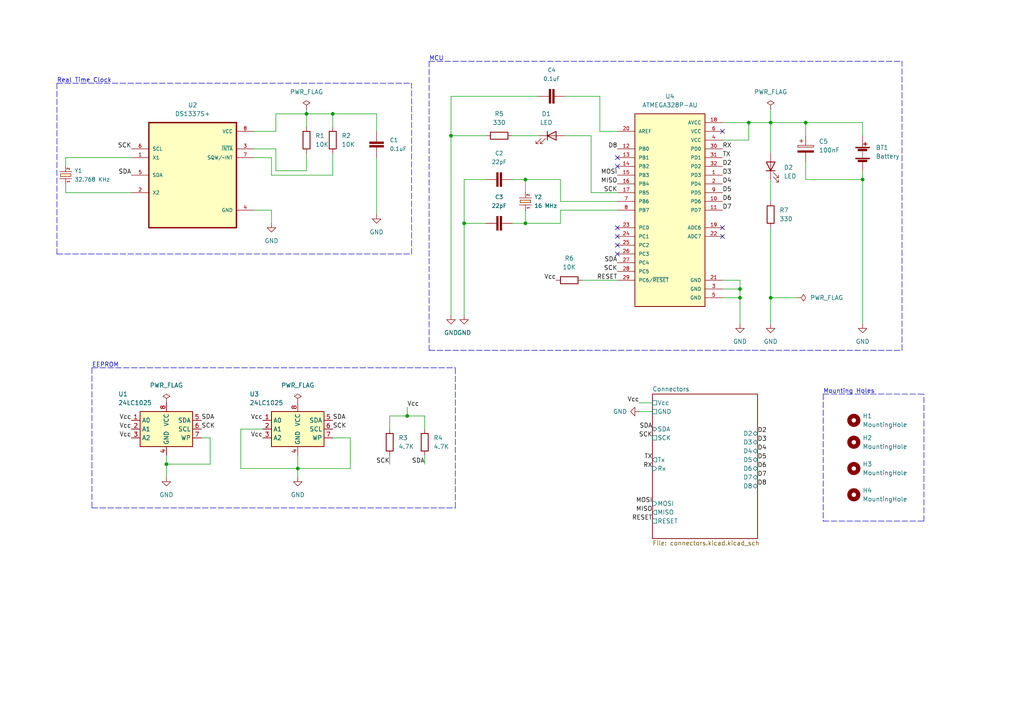
<source format=kicad_sch>
(kicad_sch (version 20211123) (generator eeschema)
  (paper "A4")
  (title_block (title "MCU Datalogger") (date "2023-01-26") (company "Evan Carel F. Cenina") (comment 1 "ECE") (comment 2 "Electronics Engineering Department") (comment 3 "COLLEGE OF ENGINEERING") (comment 4 "Technological University of the Philippines"))
  (lib_symbols
    (symbol "ATMEGA328P-AU:ATMEGA328P-AU" (pin_names (offset 1.016))
      (property "Reference" "U4" (at 0 33.02 0))
      (property "Value" "ATMEGA328P-AU" (at 0 30.48 0))
      (symbol "ATMEGA328P-AU_0_0"
        (rectangle (start -10.16 -27.94) (end 10.16 27.94) (stroke (width 0.254)) (fill (type background)))
        (pin bidirectional line (at 15.24 10.16 180) (length 5.08) (name "PD3") (number "1"))
        (pin bidirectional line (at 15.24 2.54 180) (length 5.08) (name "PD6") (number "10"))
        (pin bidirectional line (at 15.24 0 180) (length 5.08) (name "PD7") (number "11"))
        (pin bidirectional line (at -15.24 17.78 0) (length 5.08) (name "PB0") (number "12"))
        (pin bidirectional line (at -15.24 15.24 0) (length 5.08) (name "PB1") (number "13"))
        (pin bidirectional line (at -15.24 12.7 0) (length 5.08) (name "PB2") (number "14"))
        (pin bidirectional line (at -15.24 10.16 0) (length 5.08) (name "PB3") (number "15"))
        (pin bidirectional line (at -15.24 7.62 0) (length 5.08) (name "PB4") (number "16"))
        (pin bidirectional line (at -15.24 5.08 0) (length 5.08) (name "PB5") (number "17"))
        (pin power_in line (at 15.24 25.4 180) (length 5.08) (name "AVCC") (number "18"))
        (pin bidirectional line (at 15.24 -5.08 180) (length 5.08) (name "ADC6") (number "19"))
        (pin bidirectional line (at 15.24 7.62 180) (length 5.08) (name "PD4") (number "2"))
        (pin input line (at -15.24 22.86 0) (length 5.08) (name "AREF") (number "20"))
        (pin power_in line (at 15.24 -20.32 180) (length 5.08) (name "GND") (number "21"))
        (pin bidirectional line (at 15.24 -7.62 180) (length 5.08) (name "ADC7") (number "22"))
        (pin bidirectional line (at -15.24 -5.08 0) (length 5.08) (name "PC0") (number "23"))
        (pin bidirectional line (at -15.24 -7.62 0) (length 5.08) (name "PC1") (number "24"))
        (pin bidirectional line (at -15.24 -10.16 0) (length 5.08) (name "PC2") (number "25"))
        (pin bidirectional line (at -15.24 -12.7 0) (length 5.08) (name "PC3") (number "26"))
        (pin bidirectional line (at -15.24 -15.24 0) (length 5.08) (name "PC4") (number "27"))
        (pin bidirectional line (at -15.24 -17.78 0) (length 5.08) (name "PC5") (number "28"))
        (pin bidirectional line (at -15.24 -20.32 0) (length 5.08) (name "PC6/~{RESET}") (number "29"))
        (pin power_in line (at 15.24 -22.86 180) (length 5.08) (name "GND") (number "3"))
        (pin bidirectional line (at 15.24 17.78 180) (length 5.08) (name "PD0") (number "30"))
        (pin bidirectional line (at 15.24 15.24 180) (length 5.08) (name "PD1") (number "31"))
        (pin bidirectional line (at 15.24 12.7 180) (length 5.08) (name "PD2") (number "32"))
        (pin power_in line (at 15.24 20.32 180) (length 5.08) (name "VCC") (number "4"))
        (pin power_in line (at 15.24 -25.4 180) (length 5.08) (name "GND") (number "5"))
        (pin power_in line (at 15.24 22.86 180) (length 5.08) (name "VCC") (number "6"))
        (pin bidirectional line (at -15.24 2.54 0) (length 5.08) (name "PB6") (number "7"))
        (pin bidirectional line (at -15.24 0 0) (length 5.08) (name "PB7") (number "8"))
        (pin bidirectional line (at 15.24 5.08 180) (length 5.08) (name "PD5") (number "9"))
      )
    )
    (symbol "DS1337S_:DS1337S+" (pin_names (offset 1.016))
      (property "Reference" "U" (at -12.7 16.24 0))
      (property "Value" "DS1337S+" (at -12.7 -19.24 0))
      (symbol "DS1337S+_0_0"
        (rectangle (start -12.7 -15.24) (end 12.7 15.24) (stroke (width 0.41)) (fill (type background)))
        (pin input line (at -17.78 5.08 0) (length 5.08) (name "X1") (number "1"))
        (pin bidirectional line (at -17.78 -5.08 0) (length 5.08) (name "X2") (number "2"))
        (pin output line (at 17.78 7.62 180) (length 5.08) (name "~{INTA}") (number "3"))
        (pin power_in line (at 17.78 -10.16 180) (length 5.08) (name "GND") (number "4"))
        (pin bidirectional line (at -17.78 0 0) (length 5.08) (name "SDA") (number "5"))
        (pin input line (at -17.78 7.62 0) (length 5.08) (name "SCL") (number "6"))
        (pin output line (at 17.78 5.08 180) (length 5.08) (name "SQW/~INT") (number "7"))
        (pin power_in line (at 17.78 12.7 180) (length 5.08) (name "VCC") (number "8"))
      )
    )
    (symbol "Device:Battery" (pin_numbers hide) (pin_names (offset 0) hide)
      (property "Reference" "BT" (at 2.54 2.54 0))
      (property "Value" "Battery" (at 2.54 0 0))
      (symbol "Battery_0_1"
        (rectangle (start -2.032 -1.397) (end 2.032 -1.651) (fill (type outline)))
        (rectangle (start -2.032 1.778) (end 2.032 1.524) (fill (type outline)))
        (rectangle (start -1.3208 -1.9812) (end 1.27 -2.4892) (fill (type outline)))
        (rectangle (start -1.3208 1.1938) (end 1.27 0.6858) (fill (type outline)))
        (polyline (pts (xy 0 -1.524) (xy 0 -1.27)))
        (polyline (pts (xy 0 -1.016) (xy 0 -0.762)))
        (polyline (pts (xy 0 -0.508) (xy 0 -0.254)))
        (polyline (pts (xy 0 0) (xy 0 0.254)))
        (polyline (pts (xy 0 0.508) (xy 0 0.762)))
        (polyline (pts (xy 0 1.778) (xy 0 2.54)))
        (polyline (pts (xy 0.254 2.667) (xy 1.27 2.667)) (stroke (width 0.254)))
        (polyline (pts (xy 0.762 3.175) (xy 0.762 2.159)) (stroke (width 0.254)))
      )
      (symbol "Battery_1_1"
        (pin passive line (at 0 5.08 270) (length 2.54) (name "+") (number "1"))
        (pin passive line (at 0 -5.08 90) (length 2.54) (name "-") (number "2"))
      )
    )
    (symbol "Device:C_Polarized" (pin_numbers hide) (pin_names (offset 0.254))
      (property "Reference" "C" (at 0.635 2.54 0))
      (property "Value" "C_Polarized" (at 0.635 -2.54 0))
      (symbol "C_Polarized_0_1"
        (rectangle (start -2.286 0.508) (end 2.286 1.016))
        (polyline (pts (xy -1.778 2.286) (xy -0.762 2.286)))
        (polyline (pts (xy -1.27 2.794) (xy -1.27 1.778)))
        (rectangle (start 2.286 -0.508) (end -2.286 -1.016) (fill (type outline)))
      )
      (symbol "C_Polarized_1_1"
        (pin passive line (at 0 3.81 270) (length 2.794) (name "~") (number "1"))
        (pin passive line (at 0 -3.81 90) (length 2.794) (name "~") (number "2"))
      )
    )
    (symbol "Device:LED" (pin_numbers hide) (pin_names (offset 1.016) hide)
      (property "Reference" "D" (at 0 2.54 0))
      (property "Value" "LED" (at 0 -2.54 0))
      (symbol "LED_0_1"
        (polyline (pts (xy -1.27 -1.27) (xy -1.27 1.27)) (stroke (width 0.254)))
        (polyline (pts (xy -1.27 0) (xy 1.27 0)))
        (polyline (pts (xy 1.27 -1.27) (xy 1.27 1.27) (xy -1.27 0) (xy 1.27 -1.27)) (stroke (width 0.254)))
        (polyline (pts (xy -3.048 -0.762) (xy -4.572 -2.286) (xy -3.81 -2.286) (xy -4.572 -2.286) (xy -4.572 -1.524)))
        (polyline (pts (xy -1.778 -0.762) (xy -3.302 -2.286) (xy -2.54 -2.286) (xy -3.302 -2.286) (xy -3.302 -1.524)))
      )
      (symbol "LED_1_1"
        (pin passive line (at -3.81 0 0) (length 2.54) (name "K") (number "1"))
        (pin passive line (at 3.81 0 180) (length 2.54) (name "A") (number "2"))
      )
    )
    (symbol "Device:R" (pin_numbers hide) (pin_names (offset 0))
      (property "Reference" "R" (at 2.032 0 90))
      (property "Value" "R" (at 0 0 90))
      (symbol "R_0_1"
        (rectangle (start -1.016 -2.54) (end 1.016 2.54) (stroke (width 0.254)))
      )
      (symbol "R_1_1"
        (pin passive line (at 0 3.81 270) (length 1.27) (name "~") (number "1"))
        (pin passive line (at 0 -3.81 90) (length 1.27) (name "~") (number "2"))
      )
    )
    (symbol "Mechanical:MountingHole" (pin_names (offset 1.016))
      (property "Reference" "H" (at 0 5.08 0))
      (property "Value" "MountingHole" (at 0 3.175 0))
      (symbol "MountingHole_0_1"
        (circle (center 0 0) (radius 1.27) (stroke (width 1.27)))
      )
    )
    (symbol "Memory_EEPROM:24LC1025"
      (property "Reference" "U" (at -6.35 6.35 0))
      (property "Value" "24LC1025" (at 1.27 6.35 0))
      (symbol "24LC1025_1_1"
        (rectangle (start -7.62 5.08) (end 7.62 -5.08) (stroke (width 0.254)) (fill (type background)))
        (pin input line (at -10.16 2.54 0) (length 2.54) (name "A0") (number "1"))
        (pin input line (at -10.16 0 0) (length 2.54) (name "A1") (number "2"))
        (pin input line (at -10.16 -2.54 0) (length 2.54) (name "A2") (number "3"))
        (pin power_in line (at 0 -7.62 90) (length 2.54) (name "GND") (number "4"))
        (pin bidirectional line (at 10.16 2.54 180) (length 2.54) (name "SDA") (number "5"))
        (pin input line (at 10.16 0 180) (length 2.54) (name "SCL") (number "6"))
        (pin input line (at 10.16 -2.54 180) (length 2.54) (name "WP") (number "7"))
        (pin power_in line (at 0 7.62 270) (length 2.54) (name "VCC") (number "8"))
      )
    )
    (symbol "SparkFun-Capacitors:0.1UF-0402-16V-10%" (pin_numbers hide) (pin_names (offset 1.016) hide)
      (property "Reference" "C" (at 1.524 2.921 0))
      (property "Value" "0.1UF-0402-16V-10%" (at 1.524 -2.159 0))
      (property "Field4" "CAP-12416" (at 0 7.62 0))
      (symbol "0.1UF-0402-16V-10%_1_0"
        (polyline (pts (xy 0 0) (xy 0 0.508)))
        (polyline (pts (xy 0 2.54) (xy 0 2.032)))
      )
      (symbol "0.1UF-0402-16V-10%_1_1"
        (rectangle (start -2.032 0.508) (end 2.032 1.016) (fill (type outline)))
        (rectangle (start -2.032 1.524) (end 2.032 2.032) (fill (type outline)))
        (pin passive line (at 0 5.08 270) (length 2.54) (name "1") (number "1"))
        (pin passive line (at 0 -2.54 90) (length 2.54) (name "2") (number "2"))
      )
    )
    (symbol "SparkFun-Capacitors:22PF-0603-50V-5%" (pin_numbers hide) (pin_names (offset 1.016) hide)
      (property "Reference" "C" (at 1.524 2.921 0))
      (property "Value" "22PF-0603-50V-5%" (at 1.524 -2.159 0))
      (property "Field4" "CAP-07876" (at 0 7.62 0))
      (symbol "22PF-0603-50V-5%_1_0"
        (polyline (pts (xy 0 0) (xy 0 0.508)))
        (polyline (pts (xy 0 2.54) (xy 0 2.032)))
      )
      (symbol "22PF-0603-50V-5%_1_1"
        (rectangle (start -2.032 0.508) (end 2.032 1.016) (fill (type outline)))
        (rectangle (start -2.032 1.524) (end 2.032 2.032) (fill (type outline)))
        (pin passive line (at 0 5.08 270) (length 2.54) (name "1") (number "1"))
        (pin passive line (at 0 -2.54 90) (length 2.54) (name "2") (number "2"))
      )
    )
    (symbol "SparkFun-Clocks:CRYSTAL-16MHZPTH-HC49US" (pin_numbers hide) (pin_names (offset 1.016) hide)
      (property "Reference" "Y" (at 0 2.54 0))
      (property "Value" "CRYSTAL-16MHZPTH-HC49US" (at 0 -3.81 0))
      (property "Field4" "XTAL-08181" (at 0 6.35 0))
      (symbol "CRYSTAL-16MHZPTH-HC49US_1_0"
        (polyline (pts (xy -2.54 0) (xy -1.016 0)))
        (polyline (pts (xy -1.016 1.778) (xy -1.016 -1.778)))
        (polyline (pts (xy 1.016 0) (xy 2.54 0)))
        (polyline (pts (xy 1.016 1.778) (xy 1.016 -1.778)))
        (text "1" (at -1.8288 -0.7874 0) (effects (font (size 0.6858 0.6858))))
        (text "2" (at 1.8542 -0.7874 0) (effects (font (size 0.6858 0.6858))))
      )
      (symbol "CRYSTAL-16MHZPTH-HC49US_1_1"
        (polyline (pts (xy -0.381 1.524) (xy -0.381 -1.524) (xy 0.381 -1.524) (xy 0.381 1.524) (xy -0.381 1.524)) (fill (type background)))
        (pin passive line (at -2.54 0 0) (length 0) (name "1") (number "1"))
        (pin passive line (at 2.54 0 180) (length 0) (name "2") (number "2"))
      )
    )
    (symbol "SparkFun-Clocks:CRYSTAL-32.768KHZPTH-2X6" (pin_numbers hide) (pin_names (offset 1.016) hide)
      (property "Reference" "Y" (at 0 2.54 0))
      (property "Value" "CRYSTAL-32.768KHZPTH-2X6" (at 0 -3.81 0))
      (property "Field4" "XTAL-10112" (at 0 6.35 0))
      (symbol "CRYSTAL-32.768KHZPTH-2X6_1_0"
        (polyline (pts (xy -2.54 0) (xy -1.016 0)))
        (polyline (pts (xy -1.016 1.778) (xy -1.016 -1.778)))
        (polyline (pts (xy 1.016 0) (xy 2.54 0)))
        (polyline (pts (xy 1.016 1.778) (xy 1.016 -1.778)))
        (text "1" (at -1.8288 -0.7874 0) (effects (font (size 0.6858 0.6858))))
        (text "2" (at 1.8542 -0.7874 0) (effects (font (size 0.6858 0.6858))))
      )
      (symbol "CRYSTAL-32.768KHZPTH-2X6_1_1"
        (polyline (pts (xy -0.381 1.524) (xy -0.381 -1.524) (xy 0.381 -1.524) (xy 0.381 1.524) (xy -0.381 1.524)) (fill (type background)))
        (pin passive line (at -2.54 0 0) (length 0) (name "1") (number "1"))
        (pin passive line (at 2.54 0 180) (length 0) (name "2") (number "2"))
      )
    )
    (symbol "power:GND" (power) (pin_names (offset 0))
      (property "Value" "GND" (at 0 -3.81 0))
      (symbol "GND_0_1"
        (polyline (pts (xy 0 0) (xy 0 -1.27) (xy 1.27 -1.27) (xy 0 -2.54) (xy -1.27 -1.27) (xy 0 -1.27)))
      )
      (symbol "GND_1_1"
        (pin power_in line (at 0 0 270) (length 0) hide (name "GND") (number "1"))
      )
    )
    (symbol "power:PWR_FLAG" (power) (pin_numbers hide) (pin_names (offset 0) hide)
      (property "Value" "PWR_FLAG" (at 0 3.81 0))
      (symbol "PWR_FLAG_0_0"
        (pin power_out line (at 0 0 90) (length 0) (name "pwr") (number "1"))
      )
      (symbol "PWR_FLAG_0_1"
        (polyline (pts (xy 0 0) (xy 0 1.27) (xy -1.016 1.905) (xy 0 2.54) (xy 1.016 1.905) (xy 0 1.27)))
      )
    )
  )
  (junction (at 130.81 39.37))
  (junction (at 152.4 52.07))
  (junction (at 96.52 33.02))
  (junction (at 250.19 52.07))
  (junction (at 214.63 83.82))
  (junction (at 48.26 134.62))
  (junction (at 118.11 120.65))
  (junction (at 233.68 35.56))
  (junction (at 214.63 86.36))
  (junction (at 86.36 135.89))
  (junction (at 223.52 35.56))
  (junction (at 88.9 33.02))
  (junction (at 134.62 64.77))
  (junction (at 217.17 35.56))
  (junction (at 223.52 86.36))
  (junction (at 152.4 64.77))
  (no_connect (at 179.07 48.26))
  (no_connect (at 179.07 66.04))
  (no_connect (at 179.07 68.58))
  (no_connect (at 179.07 71.12))
  (no_connect (at 179.07 73.66))
  (no_connect (at 179.07 45.72))
  (no_connect (at 209.55 68.58))
  (no_connect (at 209.55 66.04))
  (no_connect (at 209.55 38.1))
  (polyline (pts (xy 26.67 106.68) (xy 26.67 147.32)))
  (polyline (pts (xy 26.67 106.68) (xy 132.08 106.68)))
  (wire (pts (xy 96.52 44.45) (xy 96.52 50.8)))
  (wire (pts (xy 168.91 81.28) (xy 179.07 81.28)))
  (wire (pts (xy 214.63 83.82) (xy 209.55 83.82)))
  (wire (pts (xy 134.62 64.77) (xy 140.97 64.77)))
  (wire (pts (xy 217.17 35.56) (xy 223.52 35.56)))
  (wire (pts (xy 60.96 134.62) (xy 48.26 134.62)))
  (wire (pts (xy 69.85 124.46) (xy 69.85 135.89)))
  (wire (pts (xy 109.22 45.72) (xy 109.22 62.23)))
  (wire (pts (xy 73.66 60.96) (xy 78.74 60.96)))
  (polyline (pts (xy 124.46 101.6) (xy 261.62 101.6)))
  (wire (pts (xy 123.19 120.65) (xy 123.19 124.46)))
  (wire (pts (xy 101.6 127) (xy 96.52 127)))
  (wire (pts (xy 96.52 33.02) (xy 109.22 33.02)))
  (wire (pts (xy 233.68 52.07) (xy 250.19 52.07)))
  (polyline (pts (xy 267.97 151.13) (xy 267.97 114.3)))
  (wire (pts (xy 76.2 124.46) (xy 69.85 124.46)))
  (wire (pts (xy 109.22 33.02) (xy 109.22 38.1)))
  (wire (pts (xy 214.63 83.82) (xy 214.63 86.36)))
  (wire (pts (xy 113.03 120.65) (xy 118.11 120.65)))
  (wire (pts (xy 88.9 33.02) (xy 96.52 33.02)))
  (wire (pts (xy 134.62 52.07) (xy 134.62 64.77)))
  (wire (pts (xy 78.74 50.8) (xy 96.52 50.8)))
  (polyline (pts (xy 132.08 147.32) (xy 132.08 106.68)))
  (polyline (pts (xy 124.46 17.78) (xy 261.62 17.78)))
  (wire (pts (xy 80.01 43.18) (xy 80.01 49.53)))
  (wire (pts (xy 162.56 58.42) (xy 179.07 58.42)))
  (wire (pts (xy 209.55 86.36) (xy 214.63 86.36)))
  (polyline (pts (xy 16.51 24.13) (xy 119.38 24.13)) (stroke (width 0) (type dash)))
  (wire (pts (xy 48.26 134.62) (xy 48.26 138.43)))
  (wire (pts (xy 233.68 46.99) (xy 233.68 52.07)))
  (wire (pts (xy 73.66 43.18) (xy 80.01 43.18)))
  (wire (pts (xy 123.19 132.08) (xy 123.19 134.62)))
  (wire (pts (xy 223.52 66.04) (xy 223.52 86.36)))
  (polyline (pts (xy 238.76 151.13) (xy 267.97 151.13)))
  (wire (pts (xy 78.74 45.72) (xy 78.74 50.8)))
  (wire (pts (xy 171.45 55.88) (xy 179.07 55.88)))
  (wire (pts (xy 152.4 52.07) (xy 162.56 52.07)))
  (wire (pts (xy 185.42 116.84) (xy 189.23 116.84)))
  (wire (pts (xy 148.59 39.37) (xy 156.21 39.37)))
  (polyline (pts (xy 261.62 101.6) (xy 261.62 17.78)))
  (wire (pts (xy 148.59 64.77) (xy 152.4 64.77)))
  (wire (pts (xy 148.59 52.07) (xy 152.4 52.07)))
  (wire (pts (xy 152.4 52.07) (xy 152.4 55.88)))
  (wire (pts (xy 19.05 45.72) (xy 38.1 45.72)))
  (wire (pts (xy 250.19 49.53) (xy 250.19 52.07)))
  (wire (pts (xy 58.42 127) (xy 60.96 127)))
  (wire (pts (xy 173.99 38.1) (xy 179.07 38.1)))
  (wire (pts (xy 250.19 35.56) (xy 250.19 39.37)))
  (wire (pts (xy 96.52 33.02) (xy 96.52 36.83)))
  (wire (pts (xy 162.56 60.96) (xy 162.56 64.77)))
  (wire (pts (xy 134.62 64.77) (xy 134.62 91.44)))
  (wire (pts (xy 88.9 33.02) (xy 88.9 36.83)))
  (wire (pts (xy 214.63 81.28) (xy 214.63 83.82)))
  (wire (pts (xy 86.36 135.89) (xy 86.36 138.43)))
  (wire (pts (xy 130.81 39.37) (xy 130.81 91.44)))
  (wire (pts (xy 209.55 81.28) (xy 214.63 81.28)))
  (wire (pts (xy 173.99 27.94) (xy 173.99 38.1)))
  (wire (pts (xy 101.6 135.89) (xy 101.6 127)))
  (wire (pts (xy 88.9 44.45) (xy 88.9 49.53)))
  (wire (pts (xy 73.66 45.72) (xy 78.74 45.72)))
  (polyline (pts (xy 124.46 17.78) (xy 124.46 101.6)))
  (wire (pts (xy 223.52 31.75) (xy 223.52 35.56)))
  (wire (pts (xy 171.45 39.37) (xy 171.45 55.88)))
  (wire (pts (xy 88.9 31.75) (xy 88.9 33.02)))
  (wire (pts (xy 209.55 40.64) (xy 217.17 40.64)))
  (wire (pts (xy 223.52 86.36) (xy 223.52 93.98)))
  (polyline (pts (xy 238.76 114.3) (xy 238.76 151.13)))
  (polyline (pts (xy 238.76 114.3) (xy 267.97 114.3)))
  (wire (pts (xy 214.63 86.36) (xy 214.63 93.98)))
  (wire (pts (xy 19.05 48.26) (xy 19.05 45.72)))
  (wire (pts (xy 78.74 60.96) (xy 78.74 64.77)))
  (wire (pts (xy 48.26 132.08) (xy 48.26 134.62)))
  (wire (pts (xy 118.11 120.65) (xy 123.19 120.65)))
  (wire (pts (xy 130.81 27.94) (xy 130.81 39.37)))
  (wire (pts (xy 223.52 52.07) (xy 223.52 58.42)))
  (wire (pts (xy 217.17 35.56) (xy 217.17 40.64)))
  (wire (pts (xy 163.83 27.94) (xy 173.99 27.94)))
  (wire (pts (xy 162.56 58.42) (xy 162.56 52.07)))
  (wire (pts (xy 73.66 38.1) (xy 80.01 38.1)))
  (wire (pts (xy 118.11 118.11) (xy 118.11 120.65)))
  (wire (pts (xy 19.05 53.34) (xy 19.05 55.88)))
  (wire (pts (xy 140.97 52.07) (xy 134.62 52.07)))
  (wire (pts (xy 250.19 52.07) (xy 250.19 93.98)))
  (wire (pts (xy 80.01 38.1) (xy 80.01 33.02)))
  (wire (pts (xy 223.52 86.36) (xy 231.14 86.36)))
  (wire (pts (xy 113.03 124.46) (xy 113.03 120.65)))
  (wire (pts (xy 163.83 39.37) (xy 171.45 39.37)))
  (polyline (pts (xy 16.51 73.66) (xy 119.38 73.66)))
  (wire (pts (xy 179.07 60.96) (xy 162.56 60.96)))
  (wire (pts (xy 80.01 33.02) (xy 88.9 33.02)))
  (wire (pts (xy 152.4 60.96) (xy 152.4 64.77)))
  (wire (pts (xy 60.96 127) (xy 60.96 134.62)))
  (wire (pts (xy 130.81 39.37) (xy 140.97 39.37)))
  (wire (pts (xy 209.55 35.56) (xy 217.17 35.56)))
  (wire (pts (xy 113.03 132.08) (xy 113.03 134.62)))
  (wire (pts (xy 233.68 35.56) (xy 233.68 39.37)))
  (wire (pts (xy 156.21 27.94) (xy 130.81 27.94)))
  (wire (pts (xy 69.85 135.89) (xy 86.36 135.89)))
  (wire (pts (xy 185.42 119.38) (xy 189.23 119.38)))
  (wire (pts (xy 86.36 132.08) (xy 86.36 135.89)))
  (wire (pts (xy 80.01 49.53) (xy 88.9 49.53)))
  (wire (pts (xy 86.36 135.89) (xy 101.6 135.89)))
  (polyline (pts (xy 26.67 147.32) (xy 132.08 147.32)))
  (wire (pts (xy 233.68 35.56) (xy 250.19 35.56)))
  (wire (pts (xy 152.4 64.77) (xy 162.56 64.77)))
  (wire (pts (xy 223.52 35.56) (xy 223.52 44.45)))
  (polyline (pts (xy 119.38 73.66) (xy 119.38 24.13)))
  (polyline (pts (xy 16.51 24.13) (xy 16.51 73.66)))
  (wire (pts (xy 19.05 55.88) (xy 38.1 55.88)))
  (wire (pts (xy 223.52 35.56) (xy 233.68 35.56)))
  (text "Real Time Clock" (at 16.51 24.13 0) (effects (font (size 1.27 1.27)) (justify left bottom)))
  (text "EEPROM\n" (at 26.67 106.68 0) (effects (font (size 1.27 1.27)) (justify left bottom)))
  (text "MCU" (at 124.46 17.78 0) (effects (font (size 1.27 1.27)) (justify left bottom)))
  (text "Mounting Holes" (at 238.76 114.3 0) (effects (font (size 1.27 1.27)) (justify left bottom)))
  (label "D6" (at 209.55 58.42 0))
  (label "D5" (at 219.71 133.35 0))
  (label "SCK" (at 179.07 55.88 180))
  (label "Vcc" (at 38.1 124.46 180))
  (label "Vcc" (at 161.29 81.28 180))
  (label "SCK" (at 179.07 78.74 180))
  (label "Vcc" (at 76.2 121.92 180))
  (label "SDA" (at 179.07 76.2 180))
  (label "D2" (at 209.55 48.26 0))
  (label "D7" (at 209.55 60.96 0))
  (label "RESET" (at 189.23 151.13 180))
  (label "SCK" (at 189.23 127 180))
  (label "D7" (at 219.71 138.43 0))
  (label "RESET" (at 179.07 81.28 180))
  (label "Vcc" (at 76.2 127 180))
  (label "MISO" (at 189.23 148.59 180))
  (label "D4" (at 209.55 53.34 0))
  (label "SCK" (at 96.52 124.46 0))
  (label "Vcc" (at 38.1 127 180))
  (label "TX" (at 189.23 133.35 180))
  (label "SDA" (at 96.52 121.92 0))
  (label "D5" (at 209.55 55.88 0))
  (label "D4" (at 219.71 130.81 0))
  (label "SDA" (at 58.42 121.92 0))
  (label "D2" (at 219.71 125.73 0))
  (label "MISO" (at 179.07 53.34 180))
  (label "SCK" (at 38.1 43.18 180))
  (label "Vcc" (at 38.1 121.92 180))
  (label "SCK" (at 58.42 124.46 0))
  (label "D8" (at 179.07 43.18 180))
  (label "SDA" (at 189.23 124.46 180))
  (label "Vcc" (at 118.11 118.11 0))
  (label "D3" (at 219.71 128.27 0))
  (label "MOSI" (at 189.23 146.05 180))
  (label "SDA" (at 123.19 134.62 180))
  (label "D6" (at 219.71 135.89 0))
  (label "D3" (at 209.55 50.8 0))
  (label "MOSI" (at 179.07 50.8 180))
  (label "TX" (at 209.55 45.72 0))
  (label "RX" (at 189.23 135.89 180))
  (label "D8" (at 219.71 140.97 0))
  (label "SDA" (at 38.1 50.8 180))
  (label "SCK" (at 113.03 134.62 180))
  (label "RX" (at 209.55 43.18 0))
  (label "Vcc" (at 185.42 116.84 180))
  (symbol (lib_id "Memory_EEPROM:24LC1025") (at 48.26 124.46 0) (unit 1)
    (property "Reference" "U1" (at 34.29 114.3 0) (effects (justify left)))
    (property "Value" "24LC1025" (at 34.29 116.84 0) (effects (justify left)))
    (property "Footprint" "Package_SO:SOIC-8_5.23x5.23mm_P1.27mm" (effects hide))
    (property "Datasheet" "http://ww1.microchip.com/downloads/en/DeviceDoc/21941B.pdf" (effects hide))
  )
  (symbol (lib_id "Memory_EEPROM:24LC1025") (at 86.36 124.46 0) (unit 1)
    (property "Reference" "U3" (at 72.39 114.3 0) (effects (justify left)))
    (property "Value" "24LC1025" (at 72.39 116.84 0) (effects (justify left)))
    (property "Footprint" "Package_SO:SOIC-8_5.23x5.23mm_P1.27mm" (effects hide))
    (property "Datasheet" "http://ww1.microchip.com/downloads/en/DeviceDoc/21941B.pdf" (effects hide))
  )
  (symbol (lib_id "Device:R") (at 88.9 40.64 180) (unit 1)
    (property "Reference" "R1" (at 91.44 39.3699 0) (effects (justify right)))
    (property "Value" "10K" (at 91.44 41.9099 0) (effects (justify right)))
    (property "Footprint" "Resistor_SMD:R_0805_2012Metric" (effects hide))
  )
  (symbol (lib_id "power:GND") (at 78.74 64.77 0) (unit 1)
    (property "Reference" "#PWR0104" (effects hide))
    (property "Value" "GND" (at 78.74 69.85 0))
  )
  (symbol (lib_id "DS1337S_:DS1337S+") (at 55.88 50.8 0) (unit 1)
    (property "Reference" "U2" (at 55.88 30.48 0))
    (property "Value" "DS1337S+" (at 55.88 33.02 0))
    (property "Footprint" "SOIC127P600X175-8N" (effects hide))
  )
  (symbol (lib_id "power:PWR_FLAG") (at 86.36 116.84 0) (unit 1)
    (property "Reference" "#FLG0104" (effects hide))
    (property "Value" "PWR_FLAG" (at 86.36 111.76 0))
  )
  (symbol (lib_id "power:GND") (at 250.19 93.98 0) (unit 1)
    (property "Reference" "#PWR0107" (effects hide))
    (property "Value" "GND" (at 250.19 99.06 0))
  )
  (symbol (lib_id "Device:LED") (at 160.02 39.37 0) (unit 1)
    (property "Reference" "D1" (at 158.4325 33.02 0))
    (property "Value" "LED" (at 158.4325 35.56 0))
    (property "Footprint" "LED_SMD:LED_0805_2012Metric" (effects hide))
  )
  (symbol (lib_id "Device:R") (at 223.52 62.23 180) (unit 1)
    (property "Reference" "R7" (at 226.06 60.9599 0) (effects (justify right)))
    (property "Value" "330" (at 226.06 63.4999 0) (effects (justify right)))
    (property "Footprint" "Resistor_SMD:R_0805_2012Metric" (effects hide))
  )
  (symbol (lib_id "SparkFun-Clocks:CRYSTAL-32.768KHZPTH-2X6") (at 19.05 50.8 90) (unit 1)
    (property "Reference" "Y1" (at 21.59 49.53 90) (effects (font (size 1.143 1.143)) (justify right)))
    (property "Value" "32.768 KHz" (at 21.59 52.07 90) (effects (font (size 1.143 1.143)) (justify right)))
    (property "Footprint" "Crystal:Crystal_SMD_5032-2Pin_5.0x3.2mm_HandSoldering" (effects hide))
  )
  (symbol (lib_id "Device:R") (at 123.19 128.27 0) (unit 1)
    (property "Reference" "R4" (at 125.73 126.9999 0) (effects (justify left)))
    (property "Value" "4.7K" (at 125.73 129.5399 0) (effects (justify left)))
    (property "Footprint" "Resistor_SMD:R_0805_2012Metric" (effects hide))
  )
  (symbol (lib_id "power:PWR_FLAG") (at 48.26 116.84 0) (unit 1)
    (property "Reference" "#FLG0105" (effects hide))
    (property "Value" "PWR_FLAG" (at 48.26 111.76 0))
  )
  (symbol (lib_id "power:GND") (at 130.81 91.44 0) (unit 1)
    (property "Reference" "#PWR0102" (effects hide))
    (property "Value" "GND" (at 130.81 96.52 0))
  )
  (symbol (lib_id "Mechanical:MountingHole") (at 247.65 121.92 0) (unit 1)
    (property "Reference" "H1" (at 250.19 120.6499 0) (effects (justify left)))
    (property "Value" "MountingHole" (at 250.19 123.1899 0) (effects (justify left)))
    (property "Footprint" "MountingHole:MountingHole_2.1mm" (effects hide))
  )
  (symbol (lib_id "SparkFun-Capacitors:0.1UF-0402-16V-10%") (at 109.22 43.18 0) (unit 1)
    (property "Reference" "C1" (at 113.03 40.64 0) (effects (font (size 1.143 1.143)) (justify left)))
    (property "Value" "0.1uF" (at 113.03 43.18 0) (effects (font (size 1.143 1.143)) (justify left)))
    (property "Footprint" "Capacitor_SMD:C_0805_2012Metric" (effects hide))
  )
  (symbol (lib_id "Mechanical:MountingHole") (at 247.65 143.51 0) (unit 1)
    (property "Reference" "H4" (at 250.19 142.2399 0) (effects (justify left)))
    (property "Value" "MountingHole" (at 250.19 144.7799 0) (effects (justify left)))
    (property "Footprint" "MountingHole:MountingHole_2.1mm" (effects hide))
  )
  (symbol (lib_id "Mechanical:MountingHole") (at 247.65 135.89 0) (unit 1)
    (property "Reference" "H3" (at 250.19 134.6199 0) (effects (justify left)))
    (property "Value" "MountingHole" (at 250.19 137.1599 0) (effects (justify left)))
    (property "Footprint" "MountingHole:MountingHole_2.1mm" (effects hide))
  )
  (symbol (lib_id "Device:R") (at 165.1 81.28 270) (unit 1)
    (property "Reference" "R6" (at 165.1 74.93 90))
    (property "Value" "10K" (at 165.1 77.47 90))
    (property "Footprint" "Resistor_SMD:R_0805_2012Metric" (effects hide))
  )
  (symbol (lib_id "Device:Battery") (at 250.19 44.45 0) (unit 1)
    (property "Reference" "BT1" (at 254 42.7989 0) (effects (justify left)))
    (property "Value" "Battery" (at 254 45.3389 0) (effects (justify left)))
    (property "Footprint" "Connector_PinHeader_2.54mm:PinHeader_1x02_P2.54mm_Vertical" (effects hide))
  )
  (symbol (lib_id "power:GND") (at 48.26 138.43 0) (unit 1)
    (property "Reference" "#PWR0105" (effects hide))
    (property "Value" "GND" (at 48.26 143.51 0))
  )
  (symbol (lib_id "power:GND") (at 86.36 138.43 0) (unit 1)
    (property "Reference" "#PWR0106" (effects hide))
    (property "Value" "GND" (at 86.36 143.51 0))
  )
  (symbol (lib_id "ATMEGA328P-AU:ATMEGA328P-AU") (at 194.31 60.96 0) (unit 1)
    (property "Reference" "U4" (at 194.31 27.94 0))
    (property "Value" "ATMEGA328P-AU" (at 194.31 30.48 0))
    (property "Footprint" "QFP80P900X900X120-32N" (effects hide))
    (property "MANUFACTURER" "Atmel" (effects hide))
  )
  (symbol (lib_id "SparkFun-Capacitors:22PF-0603-50V-5%") (at 161.29 27.94 90) (unit 1)
    (property "Reference" "C4" (at 160.02 20.32 90) (effects (font (size 1.143 1.143))))
    (property "Value" "0.1uF" (at 160.02 22.86 90) (effects (font (size 1.143 1.143))))
    (property "Footprint" "Capacitor_SMD:C_0805_2012Metric" (effects hide))
  )
  (symbol (lib_id "power:GND") (at 109.22 62.23 0) (unit 1)
    (property "Reference" "#PWR0103" (effects hide))
    (property "Value" "GND" (at 109.22 67.31 0))
  )
  (symbol (lib_id "Device:R") (at 144.78 39.37 270) (unit 1)
    (property "Reference" "R5" (at 144.78 33.02 90))
    (property "Value" "330" (at 144.78 35.56 90))
    (property "Footprint" "Resistor_SMD:R_0805_2012Metric" (effects hide))
  )
  (symbol (lib_id "Device:R") (at 113.03 128.27 180) (unit 1)
    (property "Reference" "R3" (at 115.57 126.9999 0) (effects (justify right)))
    (property "Value" "4.7K" (at 115.57 129.5399 0) (effects (justify right)))
    (property "Footprint" "Resistor_SMD:R_0805_2012Metric" (effects hide))
  )
  (symbol (lib_id "SparkFun-Clocks:CRYSTAL-16MHZPTH-HC49US") (at 152.4 58.42 90) (unit 1)
    (property "Reference" "Y2" (at 154.94 57.15 90) (effects (font (size 1.143 1.143)) (justify right)))
    (property "Value" "16 MHz" (at 154.94 59.69 90) (effects (font (size 1.143 1.143)) (justify right)))
    (property "Footprint" "Crystal:Crystal_SMD_5032-2Pin_5.0x3.2mm_HandSoldering" (effects hide))
  )
  (symbol (lib_id "power:PWR_FLAG") (at 88.9 31.75 0) (unit 1)
    (property "Reference" "#FLG0103" (effects hide))
    (property "Value" "PWR_FLAG" (at 88.9 26.67 0))
  )
  (symbol (lib_id "power:GND") (at 134.62 91.44 0) (unit 1)
    (property "Reference" "#PWR0101" (effects hide))
    (property "Value" "GND" (at 134.62 96.52 0))
  )
  (symbol (lib_id "power:PWR_FLAG") (at 231.14 86.36 270) (unit 1)
    (property "Reference" "#FLG0101" (effects hide))
    (property "Value" "PWR_FLAG" (at 234.95 86.3599 90) (effects (justify left)))
  )
  (symbol (lib_id "SparkFun-Capacitors:22PF-0603-50V-5%") (at 146.05 64.77 90) (unit 1)
    (property "Reference" "C3" (at 144.78 57.15 90) (effects (font (size 1.143 1.143))))
    (property "Value" "22pF" (at 144.78 59.69 90) (effects (font (size 1.143 1.143))))
    (property "Footprint" "Capacitor_SMD:C_0805_2012Metric" (effects hide))
  )
  (symbol (lib_id "power:GND") (at 214.63 93.98 0) (unit 1)
    (property "Reference" "#PWR0108" (effects hide))
    (property "Value" "GND" (at 214.63 99.06 0))
  )
  (symbol (lib_id "SparkFun-Capacitors:22PF-0603-50V-5%") (at 146.05 52.07 90) (unit 1)
    (property "Reference" "C2" (at 144.78 44.45 90) (effects (font (size 1.143 1.143))))
    (property "Value" "22pF" (at 144.78 46.99 90) (effects (font (size 1.143 1.143))))
    (property "Footprint" "Capacitor_SMD:C_0805_2012Metric" (effects hide))
  )
  (symbol (lib_id "Device:LED") (at 223.52 48.26 90) (unit 1)
    (property "Reference" "D2" (at 227.33 48.5774 90) (effects (justify right)))
    (property "Value" "LED" (at 227.33 51.1174 90) (effects (justify right)))
    (property "Footprint" "LED_SMD:LED_0805_2012Metric" (effects hide))
  )
  (symbol (lib_id "Mechanical:MountingHole") (at 247.65 128.27 0) (unit 1)
    (property "Reference" "H2" (at 250.19 126.9999 0) (effects (justify left)))
    (property "Value" "MountingHole" (at 250.19 129.5399 0) (effects (justify left)))
    (property "Footprint" "MountingHole:MountingHole_2.1mm" (effects hide))
  )
  (symbol (lib_id "Device:R") (at 96.52 40.64 180) (unit 1)
    (property "Reference" "R2" (at 99.06 39.3699 0) (effects (justify right)))
    (property "Value" "10K" (at 99.06 41.9099 0) (effects (justify right)))
    (property "Footprint" "Resistor_SMD:R_0805_2012Metric" (effects hide))
  )
  (symbol (lib_id "power:GND") (at 185.42 119.38 270) (unit 1)
    (property "Reference" "#PWR0110" (effects hide))
    (property "Value" "GND" (at 177.8 119.38 90) (effects (justify left)))
  )
  (symbol (lib_id "power:PWR_FLAG") (at 223.52 31.75 0) (unit 1)
    (property "Reference" "#FLG0102" (effects hide))
    (property "Value" "PWR_FLAG" (at 223.52 26.67 0))
  )
  (symbol (lib_id "Device:C_Polarized") (at 233.68 43.18 0) (unit 1)
    (property "Reference" "C5" (at 237.49 41.0209 0) (effects (justify left)))
    (property "Value" "100nF" (at 237.49 43.5609 0) (effects (justify left)))
    (property "Footprint" "Capacitor_SMD:C_0805_2012Metric" (effects hide))
  )
  (symbol (lib_id "power:GND") (at 223.52 93.98 0) (unit 1)
    (property "Reference" "#PWR0109" (effects hide))
    (property "Value" "GND" (at 223.52 99.06 0))
  )
  (sheet (at 189.23 114.3) (size 30.48 41.91) (stroke (width 0.1524))
    (property "Sheet name" "Connectors" (at 189.23 113.5884 0) (effects (justify left bottom)))
    (property "Sheet file" "connectors.kicad.kicad_sch" (at 189.23 156.7946 0) (effects (justify left top)))
    (pin "D3" tri_state (at 219.71 128.27 0))
    (pin "SCK" passive (at 189.23 127 180))
    (pin "D2" tri_state (at 219.71 125.73 0))
    (pin "D4" tri_state (at 219.71 130.81 0))
    (pin "Vcc" passive (at 189.23 116.84 180))
    (pin "SDA" tri_state (at 189.23 124.46 180))
    (pin "GND" passive (at 189.23 119.38 180))
    (pin "MOSI" input (at 189.23 146.05 180))
    (pin "MISO" output (at 189.23 148.59 180))
    (pin "RESET" passive (at 189.23 151.13 180))
    (pin "D8" tri_state (at 219.71 140.97 0))
    (pin "D5" tri_state (at 219.71 133.35 0))
    (pin "D6" tri_state (at 219.71 135.89 0))
    (pin "D7" tri_state (at 219.71 138.43 0))
    (pin "Tx" output (at 189.23 133.35 180))
    (pin "Rx" input (at 189.23 135.89 180))
  )
)
</source>
